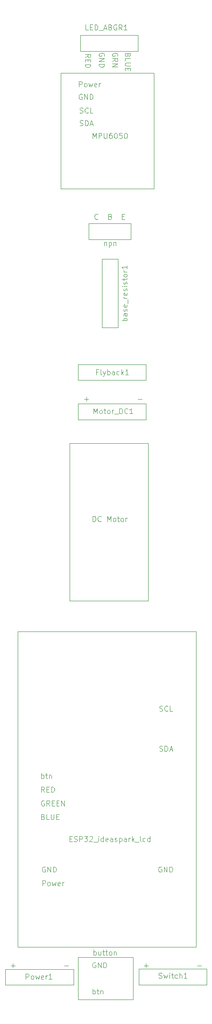
<source format=gbr>
%TF.GenerationSoftware,KiCad,Pcbnew,9.0.4*%
%TF.CreationDate,2025-11-10T20:34:51-07:00*%
%TF.ProjectId,ideaspark_esp_board,69646561-7370-4617-926b-5f6573705f62,rev?*%
%TF.SameCoordinates,Original*%
%TF.FileFunction,Legend,Top*%
%TF.FilePolarity,Positive*%
%FSLAX46Y46*%
G04 Gerber Fmt 4.6, Leading zero omitted, Abs format (unit mm)*
G04 Created by KiCad (PCBNEW 9.0.4) date 2025-11-10 20:34:51*
%MOMM*%
%LPD*%
G01*
G04 APERTURE LIST*
%ADD10C,0.100000*%
G04 APERTURE END LIST*
D10*
X12900000Y117300000D02*
X27900000Y117300000D01*
X27900000Y87300000D01*
X12900000Y87300000D01*
X12900000Y117300000D01*
X17827693Y18479961D02*
X17732455Y18527580D01*
X17732455Y18527580D02*
X17589598Y18527580D01*
X17589598Y18527580D02*
X17446741Y18479961D01*
X17446741Y18479961D02*
X17351503Y18384723D01*
X17351503Y18384723D02*
X17303884Y18289485D01*
X17303884Y18289485D02*
X17256265Y18099009D01*
X17256265Y18099009D02*
X17256265Y17956152D01*
X17256265Y17956152D02*
X17303884Y17765676D01*
X17303884Y17765676D02*
X17351503Y17670438D01*
X17351503Y17670438D02*
X17446741Y17575200D01*
X17446741Y17575200D02*
X17589598Y17527580D01*
X17589598Y17527580D02*
X17684836Y17527580D01*
X17684836Y17527580D02*
X17827693Y17575200D01*
X17827693Y17575200D02*
X17875312Y17622819D01*
X17875312Y17622819D02*
X17875312Y17956152D01*
X17875312Y17956152D02*
X17684836Y17956152D01*
X18303884Y17527580D02*
X18303884Y18527580D01*
X18303884Y18527580D02*
X18875312Y17527580D01*
X18875312Y17527580D02*
X18875312Y18527580D01*
X19351503Y17527580D02*
X19351503Y18527580D01*
X19351503Y18527580D02*
X19589598Y18527580D01*
X19589598Y18527580D02*
X19732455Y18479961D01*
X19732455Y18479961D02*
X19827693Y18384723D01*
X19827693Y18384723D02*
X19875312Y18289485D01*
X19875312Y18289485D02*
X19922931Y18099009D01*
X19922931Y18099009D02*
X19922931Y17956152D01*
X19922931Y17956152D02*
X19875312Y17765676D01*
X19875312Y17765676D02*
X19827693Y17670438D01*
X19827693Y17670438D02*
X19732455Y17575200D01*
X19732455Y17575200D02*
X19589598Y17527580D01*
X19589598Y17527580D02*
X19351503Y17527580D01*
X8227693Y36679961D02*
X8132455Y36727580D01*
X8132455Y36727580D02*
X7989598Y36727580D01*
X7989598Y36727580D02*
X7846741Y36679961D01*
X7846741Y36679961D02*
X7751503Y36584723D01*
X7751503Y36584723D02*
X7703884Y36489485D01*
X7703884Y36489485D02*
X7656265Y36299009D01*
X7656265Y36299009D02*
X7656265Y36156152D01*
X7656265Y36156152D02*
X7703884Y35965676D01*
X7703884Y35965676D02*
X7751503Y35870438D01*
X7751503Y35870438D02*
X7846741Y35775200D01*
X7846741Y35775200D02*
X7989598Y35727580D01*
X7989598Y35727580D02*
X8084836Y35727580D01*
X8084836Y35727580D02*
X8227693Y35775200D01*
X8227693Y35775200D02*
X8275312Y35822819D01*
X8275312Y35822819D02*
X8275312Y36156152D01*
X8275312Y36156152D02*
X8084836Y36156152D01*
X8703884Y35727580D02*
X8703884Y36727580D01*
X8703884Y36727580D02*
X9275312Y35727580D01*
X9275312Y35727580D02*
X9275312Y36727580D01*
X9751503Y35727580D02*
X9751503Y36727580D01*
X9751503Y36727580D02*
X9989598Y36727580D01*
X9989598Y36727580D02*
X10132455Y36679961D01*
X10132455Y36679961D02*
X10227693Y36584723D01*
X10227693Y36584723D02*
X10275312Y36489485D01*
X10275312Y36489485D02*
X10322931Y36299009D01*
X10322931Y36299009D02*
X10322931Y36156152D01*
X10322931Y36156152D02*
X10275312Y35965676D01*
X10275312Y35965676D02*
X10227693Y35870438D01*
X10227693Y35870438D02*
X10132455Y35775200D01*
X10132455Y35775200D02*
X9989598Y35727580D01*
X9989598Y35727580D02*
X9751503Y35727580D01*
X17303884Y12527580D02*
X17303884Y13527580D01*
X17303884Y13146628D02*
X17399122Y13194247D01*
X17399122Y13194247D02*
X17589598Y13194247D01*
X17589598Y13194247D02*
X17684836Y13146628D01*
X17684836Y13146628D02*
X17732455Y13099009D01*
X17732455Y13099009D02*
X17780074Y13003771D01*
X17780074Y13003771D02*
X17780074Y12718057D01*
X17780074Y12718057D02*
X17732455Y12622819D01*
X17732455Y12622819D02*
X17684836Y12575200D01*
X17684836Y12575200D02*
X17589598Y12527580D01*
X17589598Y12527580D02*
X17399122Y12527580D01*
X17399122Y12527580D02*
X17303884Y12575200D01*
X18065789Y13194247D02*
X18446741Y13194247D01*
X18208646Y13527580D02*
X18208646Y12670438D01*
X18208646Y12670438D02*
X18256265Y12575200D01*
X18256265Y12575200D02*
X18351503Y12527580D01*
X18351503Y12527580D02*
X18446741Y12527580D01*
X18780075Y13194247D02*
X18780075Y12527580D01*
X18780075Y13099009D02*
X18827694Y13146628D01*
X18827694Y13146628D02*
X18922932Y13194247D01*
X18922932Y13194247D02*
X19065789Y13194247D01*
X19065789Y13194247D02*
X19161027Y13146628D01*
X19161027Y13146628D02*
X19208646Y13051390D01*
X19208646Y13051390D02*
X19208646Y12527580D01*
X37303884Y17908533D02*
X38065789Y17908533D01*
X27103884Y17908533D02*
X27865789Y17908533D01*
X27484836Y17527580D02*
X27484836Y18289485D01*
X11903884Y17908533D02*
X12665789Y17908533D01*
X1703884Y17908533D02*
X2465789Y17908533D01*
X2084836Y17527580D02*
X2084836Y18289485D01*
X25903884Y125708533D02*
X26665789Y125708533D01*
X15703884Y125708533D02*
X16465789Y125708533D01*
X16084836Y125327580D02*
X16084836Y126089485D01*
X22903884Y160451390D02*
X23237217Y160451390D01*
X23380074Y159927580D02*
X22903884Y159927580D01*
X22903884Y159927580D02*
X22903884Y160927580D01*
X22903884Y160927580D02*
X23380074Y160927580D01*
X20637217Y160451390D02*
X20780074Y160403771D01*
X20780074Y160403771D02*
X20827693Y160356152D01*
X20827693Y160356152D02*
X20875312Y160260914D01*
X20875312Y160260914D02*
X20875312Y160118057D01*
X20875312Y160118057D02*
X20827693Y160022819D01*
X20827693Y160022819D02*
X20780074Y159975200D01*
X20780074Y159975200D02*
X20684836Y159927580D01*
X20684836Y159927580D02*
X20303884Y159927580D01*
X20303884Y159927580D02*
X20303884Y160927580D01*
X20303884Y160927580D02*
X20637217Y160927580D01*
X20637217Y160927580D02*
X20732455Y160879961D01*
X20732455Y160879961D02*
X20780074Y160832342D01*
X20780074Y160832342D02*
X20827693Y160737104D01*
X20827693Y160737104D02*
X20827693Y160641866D01*
X20827693Y160641866D02*
X20780074Y160546628D01*
X20780074Y160546628D02*
X20732455Y160499009D01*
X20732455Y160499009D02*
X20637217Y160451390D01*
X20637217Y160451390D02*
X20303884Y160451390D01*
X18275312Y160022819D02*
X18227693Y159975200D01*
X18227693Y159975200D02*
X18084836Y159927580D01*
X18084836Y159927580D02*
X17989598Y159927580D01*
X17989598Y159927580D02*
X17846741Y159975200D01*
X17846741Y159975200D02*
X17751503Y160070438D01*
X17751503Y160070438D02*
X17703884Y160165676D01*
X17703884Y160165676D02*
X17656265Y160356152D01*
X17656265Y160356152D02*
X17656265Y160499009D01*
X17656265Y160499009D02*
X17703884Y160689485D01*
X17703884Y160689485D02*
X17751503Y160784723D01*
X17751503Y160784723D02*
X17846741Y160879961D01*
X17846741Y160879961D02*
X17989598Y160927580D01*
X17989598Y160927580D02*
X18084836Y160927580D01*
X18084836Y160927580D02*
X18227693Y160879961D01*
X18227693Y160879961D02*
X18275312Y160832342D01*
X19479961Y190972306D02*
X19527580Y191067544D01*
X19527580Y191067544D02*
X19527580Y191210401D01*
X19527580Y191210401D02*
X19479961Y191353258D01*
X19479961Y191353258D02*
X19384723Y191448496D01*
X19384723Y191448496D02*
X19289485Y191496115D01*
X19289485Y191496115D02*
X19099009Y191543734D01*
X19099009Y191543734D02*
X18956152Y191543734D01*
X18956152Y191543734D02*
X18765676Y191496115D01*
X18765676Y191496115D02*
X18670438Y191448496D01*
X18670438Y191448496D02*
X18575200Y191353258D01*
X18575200Y191353258D02*
X18527580Y191210401D01*
X18527580Y191210401D02*
X18527580Y191115163D01*
X18527580Y191115163D02*
X18575200Y190972306D01*
X18575200Y190972306D02*
X18622819Y190924687D01*
X18622819Y190924687D02*
X18956152Y190924687D01*
X18956152Y190924687D02*
X18956152Y191115163D01*
X18527580Y190496115D02*
X19527580Y190496115D01*
X19527580Y190496115D02*
X18527580Y189924687D01*
X18527580Y189924687D02*
X19527580Y189924687D01*
X18527580Y189448496D02*
X19527580Y189448496D01*
X19527580Y189448496D02*
X19527580Y189210401D01*
X19527580Y189210401D02*
X19479961Y189067544D01*
X19479961Y189067544D02*
X19384723Y188972306D01*
X19384723Y188972306D02*
X19289485Y188924687D01*
X19289485Y188924687D02*
X19099009Y188877068D01*
X19099009Y188877068D02*
X18956152Y188877068D01*
X18956152Y188877068D02*
X18765676Y188924687D01*
X18765676Y188924687D02*
X18670438Y188972306D01*
X18670438Y188972306D02*
X18575200Y189067544D01*
X18575200Y189067544D02*
X18527580Y189210401D01*
X18527580Y189210401D02*
X18527580Y189448496D01*
X23991390Y191162782D02*
X23943771Y191019925D01*
X23943771Y191019925D02*
X23896152Y190972306D01*
X23896152Y190972306D02*
X23800914Y190924687D01*
X23800914Y190924687D02*
X23658057Y190924687D01*
X23658057Y190924687D02*
X23562819Y190972306D01*
X23562819Y190972306D02*
X23515200Y191019925D01*
X23515200Y191019925D02*
X23467580Y191115163D01*
X23467580Y191115163D02*
X23467580Y191496115D01*
X23467580Y191496115D02*
X24467580Y191496115D01*
X24467580Y191496115D02*
X24467580Y191162782D01*
X24467580Y191162782D02*
X24419961Y191067544D01*
X24419961Y191067544D02*
X24372342Y191019925D01*
X24372342Y191019925D02*
X24277104Y190972306D01*
X24277104Y190972306D02*
X24181866Y190972306D01*
X24181866Y190972306D02*
X24086628Y191019925D01*
X24086628Y191019925D02*
X24039009Y191067544D01*
X24039009Y191067544D02*
X23991390Y191162782D01*
X23991390Y191162782D02*
X23991390Y191496115D01*
X23467580Y190019925D02*
X23467580Y190496115D01*
X23467580Y190496115D02*
X24467580Y190496115D01*
X24467580Y189686591D02*
X23658057Y189686591D01*
X23658057Y189686591D02*
X23562819Y189638972D01*
X23562819Y189638972D02*
X23515200Y189591353D01*
X23515200Y189591353D02*
X23467580Y189496115D01*
X23467580Y189496115D02*
X23467580Y189305639D01*
X23467580Y189305639D02*
X23515200Y189210401D01*
X23515200Y189210401D02*
X23562819Y189162782D01*
X23562819Y189162782D02*
X23658057Y189115163D01*
X23658057Y189115163D02*
X24467580Y189115163D01*
X23991390Y188638972D02*
X23991390Y188305639D01*
X23467580Y188162782D02*
X23467580Y188638972D01*
X23467580Y188638972D02*
X24467580Y188638972D01*
X24467580Y188638972D02*
X24467580Y188162782D01*
X22019961Y190972306D02*
X22067580Y191067544D01*
X22067580Y191067544D02*
X22067580Y191210401D01*
X22067580Y191210401D02*
X22019961Y191353258D01*
X22019961Y191353258D02*
X21924723Y191448496D01*
X21924723Y191448496D02*
X21829485Y191496115D01*
X21829485Y191496115D02*
X21639009Y191543734D01*
X21639009Y191543734D02*
X21496152Y191543734D01*
X21496152Y191543734D02*
X21305676Y191496115D01*
X21305676Y191496115D02*
X21210438Y191448496D01*
X21210438Y191448496D02*
X21115200Y191353258D01*
X21115200Y191353258D02*
X21067580Y191210401D01*
X21067580Y191210401D02*
X21067580Y191115163D01*
X21067580Y191115163D02*
X21115200Y190972306D01*
X21115200Y190972306D02*
X21162819Y190924687D01*
X21162819Y190924687D02*
X21496152Y190924687D01*
X21496152Y190924687D02*
X21496152Y191115163D01*
X21067580Y189924687D02*
X21543771Y190258020D01*
X21067580Y190496115D02*
X22067580Y190496115D01*
X22067580Y190496115D02*
X22067580Y190115163D01*
X22067580Y190115163D02*
X22019961Y190019925D01*
X22019961Y190019925D02*
X21972342Y189972306D01*
X21972342Y189972306D02*
X21877104Y189924687D01*
X21877104Y189924687D02*
X21734247Y189924687D01*
X21734247Y189924687D02*
X21639009Y189972306D01*
X21639009Y189972306D02*
X21591390Y190019925D01*
X21591390Y190019925D02*
X21543771Y190115163D01*
X21543771Y190115163D02*
X21543771Y190496115D01*
X21067580Y189496115D02*
X22067580Y189496115D01*
X22067580Y189496115D02*
X21067580Y188924687D01*
X21067580Y188924687D02*
X22067580Y188924687D01*
X15867580Y190724687D02*
X16343771Y191058020D01*
X15867580Y191296115D02*
X16867580Y191296115D01*
X16867580Y191296115D02*
X16867580Y190915163D01*
X16867580Y190915163D02*
X16819961Y190819925D01*
X16819961Y190819925D02*
X16772342Y190772306D01*
X16772342Y190772306D02*
X16677104Y190724687D01*
X16677104Y190724687D02*
X16534247Y190724687D01*
X16534247Y190724687D02*
X16439009Y190772306D01*
X16439009Y190772306D02*
X16391390Y190819925D01*
X16391390Y190819925D02*
X16343771Y190915163D01*
X16343771Y190915163D02*
X16343771Y191296115D01*
X16391390Y190296115D02*
X16391390Y189962782D01*
X15867580Y189819925D02*
X15867580Y190296115D01*
X15867580Y190296115D02*
X16867580Y190296115D01*
X16867580Y190296115D02*
X16867580Y189819925D01*
X15867580Y189391353D02*
X16867580Y189391353D01*
X16867580Y189391353D02*
X16867580Y189153258D01*
X16867580Y189153258D02*
X16819961Y189010401D01*
X16819961Y189010401D02*
X16724723Y188915163D01*
X16724723Y188915163D02*
X16629485Y188867544D01*
X16629485Y188867544D02*
X16439009Y188819925D01*
X16439009Y188819925D02*
X16296152Y188819925D01*
X16296152Y188819925D02*
X16105676Y188867544D01*
X16105676Y188867544D02*
X16010438Y188915163D01*
X16010438Y188915163D02*
X15915200Y189010401D01*
X15915200Y189010401D02*
X15867580Y189153258D01*
X15867580Y189153258D02*
X15867580Y189391353D01*
X15227693Y183679961D02*
X15132455Y183727580D01*
X15132455Y183727580D02*
X14989598Y183727580D01*
X14989598Y183727580D02*
X14846741Y183679961D01*
X14846741Y183679961D02*
X14751503Y183584723D01*
X14751503Y183584723D02*
X14703884Y183489485D01*
X14703884Y183489485D02*
X14656265Y183299009D01*
X14656265Y183299009D02*
X14656265Y183156152D01*
X14656265Y183156152D02*
X14703884Y182965676D01*
X14703884Y182965676D02*
X14751503Y182870438D01*
X14751503Y182870438D02*
X14846741Y182775200D01*
X14846741Y182775200D02*
X14989598Y182727580D01*
X14989598Y182727580D02*
X15084836Y182727580D01*
X15084836Y182727580D02*
X15227693Y182775200D01*
X15227693Y182775200D02*
X15275312Y182822819D01*
X15275312Y182822819D02*
X15275312Y183156152D01*
X15275312Y183156152D02*
X15084836Y183156152D01*
X15703884Y182727580D02*
X15703884Y183727580D01*
X15703884Y183727580D02*
X16275312Y182727580D01*
X16275312Y182727580D02*
X16275312Y183727580D01*
X16751503Y182727580D02*
X16751503Y183727580D01*
X16751503Y183727580D02*
X16989598Y183727580D01*
X16989598Y183727580D02*
X17132455Y183679961D01*
X17132455Y183679961D02*
X17227693Y183584723D01*
X17227693Y183584723D02*
X17275312Y183489485D01*
X17275312Y183489485D02*
X17322931Y183299009D01*
X17322931Y183299009D02*
X17322931Y183156152D01*
X17322931Y183156152D02*
X17275312Y182965676D01*
X17275312Y182965676D02*
X17227693Y182870438D01*
X17227693Y182870438D02*
X17132455Y182775200D01*
X17132455Y182775200D02*
X16989598Y182727580D01*
X16989598Y182727580D02*
X16751503Y182727580D01*
X14703884Y185127580D02*
X14703884Y186127580D01*
X14703884Y186127580D02*
X15084836Y186127580D01*
X15084836Y186127580D02*
X15180074Y186079961D01*
X15180074Y186079961D02*
X15227693Y186032342D01*
X15227693Y186032342D02*
X15275312Y185937104D01*
X15275312Y185937104D02*
X15275312Y185794247D01*
X15275312Y185794247D02*
X15227693Y185699009D01*
X15227693Y185699009D02*
X15180074Y185651390D01*
X15180074Y185651390D02*
X15084836Y185603771D01*
X15084836Y185603771D02*
X14703884Y185603771D01*
X15846741Y185127580D02*
X15751503Y185175200D01*
X15751503Y185175200D02*
X15703884Y185222819D01*
X15703884Y185222819D02*
X15656265Y185318057D01*
X15656265Y185318057D02*
X15656265Y185603771D01*
X15656265Y185603771D02*
X15703884Y185699009D01*
X15703884Y185699009D02*
X15751503Y185746628D01*
X15751503Y185746628D02*
X15846741Y185794247D01*
X15846741Y185794247D02*
X15989598Y185794247D01*
X15989598Y185794247D02*
X16084836Y185746628D01*
X16084836Y185746628D02*
X16132455Y185699009D01*
X16132455Y185699009D02*
X16180074Y185603771D01*
X16180074Y185603771D02*
X16180074Y185318057D01*
X16180074Y185318057D02*
X16132455Y185222819D01*
X16132455Y185222819D02*
X16084836Y185175200D01*
X16084836Y185175200D02*
X15989598Y185127580D01*
X15989598Y185127580D02*
X15846741Y185127580D01*
X16513408Y185794247D02*
X16703884Y185127580D01*
X16703884Y185127580D02*
X16894360Y185603771D01*
X16894360Y185603771D02*
X17084836Y185127580D01*
X17084836Y185127580D02*
X17275312Y185794247D01*
X18037217Y185175200D02*
X17941979Y185127580D01*
X17941979Y185127580D02*
X17751503Y185127580D01*
X17751503Y185127580D02*
X17656265Y185175200D01*
X17656265Y185175200D02*
X17608646Y185270438D01*
X17608646Y185270438D02*
X17608646Y185651390D01*
X17608646Y185651390D02*
X17656265Y185746628D01*
X17656265Y185746628D02*
X17751503Y185794247D01*
X17751503Y185794247D02*
X17941979Y185794247D01*
X17941979Y185794247D02*
X18037217Y185746628D01*
X18037217Y185746628D02*
X18084836Y185651390D01*
X18084836Y185651390D02*
X18084836Y185556152D01*
X18084836Y185556152D02*
X17608646Y185460914D01*
X18513408Y185127580D02*
X18513408Y185794247D01*
X18513408Y185603771D02*
X18561027Y185699009D01*
X18561027Y185699009D02*
X18608646Y185746628D01*
X18608646Y185746628D02*
X18703884Y185794247D01*
X18703884Y185794247D02*
X18799122Y185794247D01*
X14856265Y177775200D02*
X14999122Y177727580D01*
X14999122Y177727580D02*
X15237217Y177727580D01*
X15237217Y177727580D02*
X15332455Y177775200D01*
X15332455Y177775200D02*
X15380074Y177822819D01*
X15380074Y177822819D02*
X15427693Y177918057D01*
X15427693Y177918057D02*
X15427693Y178013295D01*
X15427693Y178013295D02*
X15380074Y178108533D01*
X15380074Y178108533D02*
X15332455Y178156152D01*
X15332455Y178156152D02*
X15237217Y178203771D01*
X15237217Y178203771D02*
X15046741Y178251390D01*
X15046741Y178251390D02*
X14951503Y178299009D01*
X14951503Y178299009D02*
X14903884Y178346628D01*
X14903884Y178346628D02*
X14856265Y178441866D01*
X14856265Y178441866D02*
X14856265Y178537104D01*
X14856265Y178537104D02*
X14903884Y178632342D01*
X14903884Y178632342D02*
X14951503Y178679961D01*
X14951503Y178679961D02*
X15046741Y178727580D01*
X15046741Y178727580D02*
X15284836Y178727580D01*
X15284836Y178727580D02*
X15427693Y178679961D01*
X15856265Y177727580D02*
X15856265Y178727580D01*
X15856265Y178727580D02*
X16094360Y178727580D01*
X16094360Y178727580D02*
X16237217Y178679961D01*
X16237217Y178679961D02*
X16332455Y178584723D01*
X16332455Y178584723D02*
X16380074Y178489485D01*
X16380074Y178489485D02*
X16427693Y178299009D01*
X16427693Y178299009D02*
X16427693Y178156152D01*
X16427693Y178156152D02*
X16380074Y177965676D01*
X16380074Y177965676D02*
X16332455Y177870438D01*
X16332455Y177870438D02*
X16237217Y177775200D01*
X16237217Y177775200D02*
X16094360Y177727580D01*
X16094360Y177727580D02*
X15856265Y177727580D01*
X16808646Y178013295D02*
X17284836Y178013295D01*
X16713408Y177727580D02*
X17046741Y178727580D01*
X17046741Y178727580D02*
X17380074Y177727580D01*
X14856265Y180175200D02*
X14999122Y180127580D01*
X14999122Y180127580D02*
X15237217Y180127580D01*
X15237217Y180127580D02*
X15332455Y180175200D01*
X15332455Y180175200D02*
X15380074Y180222819D01*
X15380074Y180222819D02*
X15427693Y180318057D01*
X15427693Y180318057D02*
X15427693Y180413295D01*
X15427693Y180413295D02*
X15380074Y180508533D01*
X15380074Y180508533D02*
X15332455Y180556152D01*
X15332455Y180556152D02*
X15237217Y180603771D01*
X15237217Y180603771D02*
X15046741Y180651390D01*
X15046741Y180651390D02*
X14951503Y180699009D01*
X14951503Y180699009D02*
X14903884Y180746628D01*
X14903884Y180746628D02*
X14856265Y180841866D01*
X14856265Y180841866D02*
X14856265Y180937104D01*
X14856265Y180937104D02*
X14903884Y181032342D01*
X14903884Y181032342D02*
X14951503Y181079961D01*
X14951503Y181079961D02*
X15046741Y181127580D01*
X15046741Y181127580D02*
X15284836Y181127580D01*
X15284836Y181127580D02*
X15427693Y181079961D01*
X16427693Y180222819D02*
X16380074Y180175200D01*
X16380074Y180175200D02*
X16237217Y180127580D01*
X16237217Y180127580D02*
X16141979Y180127580D01*
X16141979Y180127580D02*
X15999122Y180175200D01*
X15999122Y180175200D02*
X15903884Y180270438D01*
X15903884Y180270438D02*
X15856265Y180365676D01*
X15856265Y180365676D02*
X15808646Y180556152D01*
X15808646Y180556152D02*
X15808646Y180699009D01*
X15808646Y180699009D02*
X15856265Y180889485D01*
X15856265Y180889485D02*
X15903884Y180984723D01*
X15903884Y180984723D02*
X15999122Y181079961D01*
X15999122Y181079961D02*
X16141979Y181127580D01*
X16141979Y181127580D02*
X16237217Y181127580D01*
X16237217Y181127580D02*
X16380074Y181079961D01*
X16380074Y181079961D02*
X16427693Y181032342D01*
X17332455Y180127580D02*
X16856265Y180127580D01*
X16856265Y180127580D02*
X16856265Y181127580D01*
X7837217Y46251390D02*
X7980074Y46203771D01*
X7980074Y46203771D02*
X8027693Y46156152D01*
X8027693Y46156152D02*
X8075312Y46060914D01*
X8075312Y46060914D02*
X8075312Y45918057D01*
X8075312Y45918057D02*
X8027693Y45822819D01*
X8027693Y45822819D02*
X7980074Y45775200D01*
X7980074Y45775200D02*
X7884836Y45727580D01*
X7884836Y45727580D02*
X7503884Y45727580D01*
X7503884Y45727580D02*
X7503884Y46727580D01*
X7503884Y46727580D02*
X7837217Y46727580D01*
X7837217Y46727580D02*
X7932455Y46679961D01*
X7932455Y46679961D02*
X7980074Y46632342D01*
X7980074Y46632342D02*
X8027693Y46537104D01*
X8027693Y46537104D02*
X8027693Y46441866D01*
X8027693Y46441866D02*
X7980074Y46346628D01*
X7980074Y46346628D02*
X7932455Y46299009D01*
X7932455Y46299009D02*
X7837217Y46251390D01*
X7837217Y46251390D02*
X7503884Y46251390D01*
X8980074Y45727580D02*
X8503884Y45727580D01*
X8503884Y45727580D02*
X8503884Y46727580D01*
X9313408Y46727580D02*
X9313408Y45918057D01*
X9313408Y45918057D02*
X9361027Y45822819D01*
X9361027Y45822819D02*
X9408646Y45775200D01*
X9408646Y45775200D02*
X9503884Y45727580D01*
X9503884Y45727580D02*
X9694360Y45727580D01*
X9694360Y45727580D02*
X9789598Y45775200D01*
X9789598Y45775200D02*
X9837217Y45822819D01*
X9837217Y45822819D02*
X9884836Y45918057D01*
X9884836Y45918057D02*
X9884836Y46727580D01*
X10361027Y46251390D02*
X10694360Y46251390D01*
X10837217Y45727580D02*
X10361027Y45727580D01*
X10361027Y45727580D02*
X10361027Y46727580D01*
X10361027Y46727580D02*
X10837217Y46727580D01*
X8027693Y49279961D02*
X7932455Y49327580D01*
X7932455Y49327580D02*
X7789598Y49327580D01*
X7789598Y49327580D02*
X7646741Y49279961D01*
X7646741Y49279961D02*
X7551503Y49184723D01*
X7551503Y49184723D02*
X7503884Y49089485D01*
X7503884Y49089485D02*
X7456265Y48899009D01*
X7456265Y48899009D02*
X7456265Y48756152D01*
X7456265Y48756152D02*
X7503884Y48565676D01*
X7503884Y48565676D02*
X7551503Y48470438D01*
X7551503Y48470438D02*
X7646741Y48375200D01*
X7646741Y48375200D02*
X7789598Y48327580D01*
X7789598Y48327580D02*
X7884836Y48327580D01*
X7884836Y48327580D02*
X8027693Y48375200D01*
X8027693Y48375200D02*
X8075312Y48422819D01*
X8075312Y48422819D02*
X8075312Y48756152D01*
X8075312Y48756152D02*
X7884836Y48756152D01*
X9075312Y48327580D02*
X8741979Y48803771D01*
X8503884Y48327580D02*
X8503884Y49327580D01*
X8503884Y49327580D02*
X8884836Y49327580D01*
X8884836Y49327580D02*
X8980074Y49279961D01*
X8980074Y49279961D02*
X9027693Y49232342D01*
X9027693Y49232342D02*
X9075312Y49137104D01*
X9075312Y49137104D02*
X9075312Y48994247D01*
X9075312Y48994247D02*
X9027693Y48899009D01*
X9027693Y48899009D02*
X8980074Y48851390D01*
X8980074Y48851390D02*
X8884836Y48803771D01*
X8884836Y48803771D02*
X8503884Y48803771D01*
X9503884Y48851390D02*
X9837217Y48851390D01*
X9980074Y48327580D02*
X9503884Y48327580D01*
X9503884Y48327580D02*
X9503884Y49327580D01*
X9503884Y49327580D02*
X9980074Y49327580D01*
X10408646Y48851390D02*
X10741979Y48851390D01*
X10884836Y48327580D02*
X10408646Y48327580D01*
X10408646Y48327580D02*
X10408646Y49327580D01*
X10408646Y49327580D02*
X10884836Y49327580D01*
X11313408Y48327580D02*
X11313408Y49327580D01*
X11313408Y49327580D02*
X11884836Y48327580D01*
X11884836Y48327580D02*
X11884836Y49327580D01*
X8075312Y50927580D02*
X7741979Y51403771D01*
X7503884Y50927580D02*
X7503884Y51927580D01*
X7503884Y51927580D02*
X7884836Y51927580D01*
X7884836Y51927580D02*
X7980074Y51879961D01*
X7980074Y51879961D02*
X8027693Y51832342D01*
X8027693Y51832342D02*
X8075312Y51737104D01*
X8075312Y51737104D02*
X8075312Y51594247D01*
X8075312Y51594247D02*
X8027693Y51499009D01*
X8027693Y51499009D02*
X7980074Y51451390D01*
X7980074Y51451390D02*
X7884836Y51403771D01*
X7884836Y51403771D02*
X7503884Y51403771D01*
X8503884Y51451390D02*
X8837217Y51451390D01*
X8980074Y50927580D02*
X8503884Y50927580D01*
X8503884Y50927580D02*
X8503884Y51927580D01*
X8503884Y51927580D02*
X8980074Y51927580D01*
X9408646Y50927580D02*
X9408646Y51927580D01*
X9408646Y51927580D02*
X9646741Y51927580D01*
X9646741Y51927580D02*
X9789598Y51879961D01*
X9789598Y51879961D02*
X9884836Y51784723D01*
X9884836Y51784723D02*
X9932455Y51689485D01*
X9932455Y51689485D02*
X9980074Y51499009D01*
X9980074Y51499009D02*
X9980074Y51356152D01*
X9980074Y51356152D02*
X9932455Y51165676D01*
X9932455Y51165676D02*
X9884836Y51070438D01*
X9884836Y51070438D02*
X9789598Y50975200D01*
X9789598Y50975200D02*
X9646741Y50927580D01*
X9646741Y50927580D02*
X9408646Y50927580D01*
X7703884Y33127580D02*
X7703884Y34127580D01*
X7703884Y34127580D02*
X8084836Y34127580D01*
X8084836Y34127580D02*
X8180074Y34079961D01*
X8180074Y34079961D02*
X8227693Y34032342D01*
X8227693Y34032342D02*
X8275312Y33937104D01*
X8275312Y33937104D02*
X8275312Y33794247D01*
X8275312Y33794247D02*
X8227693Y33699009D01*
X8227693Y33699009D02*
X8180074Y33651390D01*
X8180074Y33651390D02*
X8084836Y33603771D01*
X8084836Y33603771D02*
X7703884Y33603771D01*
X8846741Y33127580D02*
X8751503Y33175200D01*
X8751503Y33175200D02*
X8703884Y33222819D01*
X8703884Y33222819D02*
X8656265Y33318057D01*
X8656265Y33318057D02*
X8656265Y33603771D01*
X8656265Y33603771D02*
X8703884Y33699009D01*
X8703884Y33699009D02*
X8751503Y33746628D01*
X8751503Y33746628D02*
X8846741Y33794247D01*
X8846741Y33794247D02*
X8989598Y33794247D01*
X8989598Y33794247D02*
X9084836Y33746628D01*
X9084836Y33746628D02*
X9132455Y33699009D01*
X9132455Y33699009D02*
X9180074Y33603771D01*
X9180074Y33603771D02*
X9180074Y33318057D01*
X9180074Y33318057D02*
X9132455Y33222819D01*
X9132455Y33222819D02*
X9084836Y33175200D01*
X9084836Y33175200D02*
X8989598Y33127580D01*
X8989598Y33127580D02*
X8846741Y33127580D01*
X9513408Y33794247D02*
X9703884Y33127580D01*
X9703884Y33127580D02*
X9894360Y33603771D01*
X9894360Y33603771D02*
X10084836Y33127580D01*
X10084836Y33127580D02*
X10275312Y33794247D01*
X11037217Y33175200D02*
X10941979Y33127580D01*
X10941979Y33127580D02*
X10751503Y33127580D01*
X10751503Y33127580D02*
X10656265Y33175200D01*
X10656265Y33175200D02*
X10608646Y33270438D01*
X10608646Y33270438D02*
X10608646Y33651390D01*
X10608646Y33651390D02*
X10656265Y33746628D01*
X10656265Y33746628D02*
X10751503Y33794247D01*
X10751503Y33794247D02*
X10941979Y33794247D01*
X10941979Y33794247D02*
X11037217Y33746628D01*
X11037217Y33746628D02*
X11084836Y33651390D01*
X11084836Y33651390D02*
X11084836Y33556152D01*
X11084836Y33556152D02*
X10608646Y33460914D01*
X11513408Y33127580D02*
X11513408Y33794247D01*
X11513408Y33603771D02*
X11561027Y33699009D01*
X11561027Y33699009D02*
X11608646Y33746628D01*
X11608646Y33746628D02*
X11703884Y33794247D01*
X11703884Y33794247D02*
X11799122Y33794247D01*
X7503884Y53527580D02*
X7503884Y54527580D01*
X7503884Y54146628D02*
X7599122Y54194247D01*
X7599122Y54194247D02*
X7789598Y54194247D01*
X7789598Y54194247D02*
X7884836Y54146628D01*
X7884836Y54146628D02*
X7932455Y54099009D01*
X7932455Y54099009D02*
X7980074Y54003771D01*
X7980074Y54003771D02*
X7980074Y53718057D01*
X7980074Y53718057D02*
X7932455Y53622819D01*
X7932455Y53622819D02*
X7884836Y53575200D01*
X7884836Y53575200D02*
X7789598Y53527580D01*
X7789598Y53527580D02*
X7599122Y53527580D01*
X7599122Y53527580D02*
X7503884Y53575200D01*
X8265789Y54194247D02*
X8646741Y54194247D01*
X8408646Y54527580D02*
X8408646Y53670438D01*
X8408646Y53670438D02*
X8456265Y53575200D01*
X8456265Y53575200D02*
X8551503Y53527580D01*
X8551503Y53527580D02*
X8646741Y53527580D01*
X8980075Y54194247D02*
X8980075Y53527580D01*
X8980075Y54099009D02*
X9027694Y54146628D01*
X9027694Y54146628D02*
X9122932Y54194247D01*
X9122932Y54194247D02*
X9265789Y54194247D01*
X9265789Y54194247D02*
X9361027Y54146628D01*
X9361027Y54146628D02*
X9408646Y54051390D01*
X9408646Y54051390D02*
X9408646Y53527580D01*
X30427693Y36679961D02*
X30332455Y36727580D01*
X30332455Y36727580D02*
X30189598Y36727580D01*
X30189598Y36727580D02*
X30046741Y36679961D01*
X30046741Y36679961D02*
X29951503Y36584723D01*
X29951503Y36584723D02*
X29903884Y36489485D01*
X29903884Y36489485D02*
X29856265Y36299009D01*
X29856265Y36299009D02*
X29856265Y36156152D01*
X29856265Y36156152D02*
X29903884Y35965676D01*
X29903884Y35965676D02*
X29951503Y35870438D01*
X29951503Y35870438D02*
X30046741Y35775200D01*
X30046741Y35775200D02*
X30189598Y35727580D01*
X30189598Y35727580D02*
X30284836Y35727580D01*
X30284836Y35727580D02*
X30427693Y35775200D01*
X30427693Y35775200D02*
X30475312Y35822819D01*
X30475312Y35822819D02*
X30475312Y36156152D01*
X30475312Y36156152D02*
X30284836Y36156152D01*
X30903884Y35727580D02*
X30903884Y36727580D01*
X30903884Y36727580D02*
X31475312Y35727580D01*
X31475312Y35727580D02*
X31475312Y36727580D01*
X31951503Y35727580D02*
X31951503Y36727580D01*
X31951503Y36727580D02*
X32189598Y36727580D01*
X32189598Y36727580D02*
X32332455Y36679961D01*
X32332455Y36679961D02*
X32427693Y36584723D01*
X32427693Y36584723D02*
X32475312Y36489485D01*
X32475312Y36489485D02*
X32522931Y36299009D01*
X32522931Y36299009D02*
X32522931Y36156152D01*
X32522931Y36156152D02*
X32475312Y35965676D01*
X32475312Y35965676D02*
X32427693Y35870438D01*
X32427693Y35870438D02*
X32332455Y35775200D01*
X32332455Y35775200D02*
X32189598Y35727580D01*
X32189598Y35727580D02*
X31951503Y35727580D01*
X30056265Y58775200D02*
X30199122Y58727580D01*
X30199122Y58727580D02*
X30437217Y58727580D01*
X30437217Y58727580D02*
X30532455Y58775200D01*
X30532455Y58775200D02*
X30580074Y58822819D01*
X30580074Y58822819D02*
X30627693Y58918057D01*
X30627693Y58918057D02*
X30627693Y59013295D01*
X30627693Y59013295D02*
X30580074Y59108533D01*
X30580074Y59108533D02*
X30532455Y59156152D01*
X30532455Y59156152D02*
X30437217Y59203771D01*
X30437217Y59203771D02*
X30246741Y59251390D01*
X30246741Y59251390D02*
X30151503Y59299009D01*
X30151503Y59299009D02*
X30103884Y59346628D01*
X30103884Y59346628D02*
X30056265Y59441866D01*
X30056265Y59441866D02*
X30056265Y59537104D01*
X30056265Y59537104D02*
X30103884Y59632342D01*
X30103884Y59632342D02*
X30151503Y59679961D01*
X30151503Y59679961D02*
X30246741Y59727580D01*
X30246741Y59727580D02*
X30484836Y59727580D01*
X30484836Y59727580D02*
X30627693Y59679961D01*
X31056265Y58727580D02*
X31056265Y59727580D01*
X31056265Y59727580D02*
X31294360Y59727580D01*
X31294360Y59727580D02*
X31437217Y59679961D01*
X31437217Y59679961D02*
X31532455Y59584723D01*
X31532455Y59584723D02*
X31580074Y59489485D01*
X31580074Y59489485D02*
X31627693Y59299009D01*
X31627693Y59299009D02*
X31627693Y59156152D01*
X31627693Y59156152D02*
X31580074Y58965676D01*
X31580074Y58965676D02*
X31532455Y58870438D01*
X31532455Y58870438D02*
X31437217Y58775200D01*
X31437217Y58775200D02*
X31294360Y58727580D01*
X31294360Y58727580D02*
X31056265Y58727580D01*
X32008646Y59013295D02*
X32484836Y59013295D01*
X31913408Y58727580D02*
X32246741Y59727580D01*
X32246741Y59727580D02*
X32580074Y58727580D01*
X30056265Y66375200D02*
X30199122Y66327580D01*
X30199122Y66327580D02*
X30437217Y66327580D01*
X30437217Y66327580D02*
X30532455Y66375200D01*
X30532455Y66375200D02*
X30580074Y66422819D01*
X30580074Y66422819D02*
X30627693Y66518057D01*
X30627693Y66518057D02*
X30627693Y66613295D01*
X30627693Y66613295D02*
X30580074Y66708533D01*
X30580074Y66708533D02*
X30532455Y66756152D01*
X30532455Y66756152D02*
X30437217Y66803771D01*
X30437217Y66803771D02*
X30246741Y66851390D01*
X30246741Y66851390D02*
X30151503Y66899009D01*
X30151503Y66899009D02*
X30103884Y66946628D01*
X30103884Y66946628D02*
X30056265Y67041866D01*
X30056265Y67041866D02*
X30056265Y67137104D01*
X30056265Y67137104D02*
X30103884Y67232342D01*
X30103884Y67232342D02*
X30151503Y67279961D01*
X30151503Y67279961D02*
X30246741Y67327580D01*
X30246741Y67327580D02*
X30484836Y67327580D01*
X30484836Y67327580D02*
X30627693Y67279961D01*
X31627693Y66422819D02*
X31580074Y66375200D01*
X31580074Y66375200D02*
X31437217Y66327580D01*
X31437217Y66327580D02*
X31341979Y66327580D01*
X31341979Y66327580D02*
X31199122Y66375200D01*
X31199122Y66375200D02*
X31103884Y66470438D01*
X31103884Y66470438D02*
X31056265Y66565676D01*
X31056265Y66565676D02*
X31008646Y66756152D01*
X31008646Y66756152D02*
X31008646Y66899009D01*
X31008646Y66899009D02*
X31056265Y67089485D01*
X31056265Y67089485D02*
X31103884Y67184723D01*
X31103884Y67184723D02*
X31199122Y67279961D01*
X31199122Y67279961D02*
X31341979Y67327580D01*
X31341979Y67327580D02*
X31437217Y67327580D01*
X31437217Y67327580D02*
X31580074Y67279961D01*
X31580074Y67279961D02*
X31627693Y67232342D01*
X32532455Y66327580D02*
X32056265Y66327580D01*
X32056265Y66327580D02*
X32056265Y67327580D01*
X17303884Y102427580D02*
X17303884Y103427580D01*
X17303884Y103427580D02*
X17541979Y103427580D01*
X17541979Y103427580D02*
X17684836Y103379961D01*
X17684836Y103379961D02*
X17780074Y103284723D01*
X17780074Y103284723D02*
X17827693Y103189485D01*
X17827693Y103189485D02*
X17875312Y102999009D01*
X17875312Y102999009D02*
X17875312Y102856152D01*
X17875312Y102856152D02*
X17827693Y102665676D01*
X17827693Y102665676D02*
X17780074Y102570438D01*
X17780074Y102570438D02*
X17684836Y102475200D01*
X17684836Y102475200D02*
X17541979Y102427580D01*
X17541979Y102427580D02*
X17303884Y102427580D01*
X18875312Y102522819D02*
X18827693Y102475200D01*
X18827693Y102475200D02*
X18684836Y102427580D01*
X18684836Y102427580D02*
X18589598Y102427580D01*
X18589598Y102427580D02*
X18446741Y102475200D01*
X18446741Y102475200D02*
X18351503Y102570438D01*
X18351503Y102570438D02*
X18303884Y102665676D01*
X18303884Y102665676D02*
X18256265Y102856152D01*
X18256265Y102856152D02*
X18256265Y102999009D01*
X18256265Y102999009D02*
X18303884Y103189485D01*
X18303884Y103189485D02*
X18351503Y103284723D01*
X18351503Y103284723D02*
X18446741Y103379961D01*
X18446741Y103379961D02*
X18589598Y103427580D01*
X18589598Y103427580D02*
X18684836Y103427580D01*
X18684836Y103427580D02*
X18827693Y103379961D01*
X18827693Y103379961D02*
X18875312Y103332342D01*
X20065789Y102427580D02*
X20065789Y103427580D01*
X20065789Y103427580D02*
X20399122Y102713295D01*
X20399122Y102713295D02*
X20732455Y103427580D01*
X20732455Y103427580D02*
X20732455Y102427580D01*
X21351503Y102427580D02*
X21256265Y102475200D01*
X21256265Y102475200D02*
X21208646Y102522819D01*
X21208646Y102522819D02*
X21161027Y102618057D01*
X21161027Y102618057D02*
X21161027Y102903771D01*
X21161027Y102903771D02*
X21208646Y102999009D01*
X21208646Y102999009D02*
X21256265Y103046628D01*
X21256265Y103046628D02*
X21351503Y103094247D01*
X21351503Y103094247D02*
X21494360Y103094247D01*
X21494360Y103094247D02*
X21589598Y103046628D01*
X21589598Y103046628D02*
X21637217Y102999009D01*
X21637217Y102999009D02*
X21684836Y102903771D01*
X21684836Y102903771D02*
X21684836Y102618057D01*
X21684836Y102618057D02*
X21637217Y102522819D01*
X21637217Y102522819D02*
X21589598Y102475200D01*
X21589598Y102475200D02*
X21494360Y102427580D01*
X21494360Y102427580D02*
X21351503Y102427580D01*
X21970551Y103094247D02*
X22351503Y103094247D01*
X22113408Y103427580D02*
X22113408Y102570438D01*
X22113408Y102570438D02*
X22161027Y102475200D01*
X22161027Y102475200D02*
X22256265Y102427580D01*
X22256265Y102427580D02*
X22351503Y102427580D01*
X22827694Y102427580D02*
X22732456Y102475200D01*
X22732456Y102475200D02*
X22684837Y102522819D01*
X22684837Y102522819D02*
X22637218Y102618057D01*
X22637218Y102618057D02*
X22637218Y102903771D01*
X22637218Y102903771D02*
X22684837Y102999009D01*
X22684837Y102999009D02*
X22732456Y103046628D01*
X22732456Y103046628D02*
X22827694Y103094247D01*
X22827694Y103094247D02*
X22970551Y103094247D01*
X22970551Y103094247D02*
X23065789Y103046628D01*
X23065789Y103046628D02*
X23113408Y102999009D01*
X23113408Y102999009D02*
X23161027Y102903771D01*
X23161027Y102903771D02*
X23161027Y102618057D01*
X23161027Y102618057D02*
X23113408Y102522819D01*
X23113408Y102522819D02*
X23065789Y102475200D01*
X23065789Y102475200D02*
X22970551Y102427580D01*
X22970551Y102427580D02*
X22827694Y102427580D01*
X23589599Y102427580D02*
X23589599Y103094247D01*
X23589599Y102903771D02*
X23637218Y102999009D01*
X23637218Y102999009D02*
X23684837Y103046628D01*
X23684837Y103046628D02*
X23780075Y103094247D01*
X23780075Y103094247D02*
X23875313Y103094247D01*
X17303884Y175327580D02*
X17303884Y176327580D01*
X17303884Y176327580D02*
X17637217Y175613295D01*
X17637217Y175613295D02*
X17970550Y176327580D01*
X17970550Y176327580D02*
X17970550Y175327580D01*
X18446741Y175327580D02*
X18446741Y176327580D01*
X18446741Y176327580D02*
X18827693Y176327580D01*
X18827693Y176327580D02*
X18922931Y176279961D01*
X18922931Y176279961D02*
X18970550Y176232342D01*
X18970550Y176232342D02*
X19018169Y176137104D01*
X19018169Y176137104D02*
X19018169Y175994247D01*
X19018169Y175994247D02*
X18970550Y175899009D01*
X18970550Y175899009D02*
X18922931Y175851390D01*
X18922931Y175851390D02*
X18827693Y175803771D01*
X18827693Y175803771D02*
X18446741Y175803771D01*
X19446741Y176327580D02*
X19446741Y175518057D01*
X19446741Y175518057D02*
X19494360Y175422819D01*
X19494360Y175422819D02*
X19541979Y175375200D01*
X19541979Y175375200D02*
X19637217Y175327580D01*
X19637217Y175327580D02*
X19827693Y175327580D01*
X19827693Y175327580D02*
X19922931Y175375200D01*
X19922931Y175375200D02*
X19970550Y175422819D01*
X19970550Y175422819D02*
X20018169Y175518057D01*
X20018169Y175518057D02*
X20018169Y176327580D01*
X20922931Y176327580D02*
X20732455Y176327580D01*
X20732455Y176327580D02*
X20637217Y176279961D01*
X20637217Y176279961D02*
X20589598Y176232342D01*
X20589598Y176232342D02*
X20494360Y176089485D01*
X20494360Y176089485D02*
X20446741Y175899009D01*
X20446741Y175899009D02*
X20446741Y175518057D01*
X20446741Y175518057D02*
X20494360Y175422819D01*
X20494360Y175422819D02*
X20541979Y175375200D01*
X20541979Y175375200D02*
X20637217Y175327580D01*
X20637217Y175327580D02*
X20827693Y175327580D01*
X20827693Y175327580D02*
X20922931Y175375200D01*
X20922931Y175375200D02*
X20970550Y175422819D01*
X20970550Y175422819D02*
X21018169Y175518057D01*
X21018169Y175518057D02*
X21018169Y175756152D01*
X21018169Y175756152D02*
X20970550Y175851390D01*
X20970550Y175851390D02*
X20922931Y175899009D01*
X20922931Y175899009D02*
X20827693Y175946628D01*
X20827693Y175946628D02*
X20637217Y175946628D01*
X20637217Y175946628D02*
X20541979Y175899009D01*
X20541979Y175899009D02*
X20494360Y175851390D01*
X20494360Y175851390D02*
X20446741Y175756152D01*
X21637217Y176327580D02*
X21732455Y176327580D01*
X21732455Y176327580D02*
X21827693Y176279961D01*
X21827693Y176279961D02*
X21875312Y176232342D01*
X21875312Y176232342D02*
X21922931Y176137104D01*
X21922931Y176137104D02*
X21970550Y175946628D01*
X21970550Y175946628D02*
X21970550Y175708533D01*
X21970550Y175708533D02*
X21922931Y175518057D01*
X21922931Y175518057D02*
X21875312Y175422819D01*
X21875312Y175422819D02*
X21827693Y175375200D01*
X21827693Y175375200D02*
X21732455Y175327580D01*
X21732455Y175327580D02*
X21637217Y175327580D01*
X21637217Y175327580D02*
X21541979Y175375200D01*
X21541979Y175375200D02*
X21494360Y175422819D01*
X21494360Y175422819D02*
X21446741Y175518057D01*
X21446741Y175518057D02*
X21399122Y175708533D01*
X21399122Y175708533D02*
X21399122Y175946628D01*
X21399122Y175946628D02*
X21446741Y176137104D01*
X21446741Y176137104D02*
X21494360Y176232342D01*
X21494360Y176232342D02*
X21541979Y176279961D01*
X21541979Y176279961D02*
X21637217Y176327580D01*
X22875312Y176327580D02*
X22399122Y176327580D01*
X22399122Y176327580D02*
X22351503Y175851390D01*
X22351503Y175851390D02*
X22399122Y175899009D01*
X22399122Y175899009D02*
X22494360Y175946628D01*
X22494360Y175946628D02*
X22732455Y175946628D01*
X22732455Y175946628D02*
X22827693Y175899009D01*
X22827693Y175899009D02*
X22875312Y175851390D01*
X22875312Y175851390D02*
X22922931Y175756152D01*
X22922931Y175756152D02*
X22922931Y175518057D01*
X22922931Y175518057D02*
X22875312Y175422819D01*
X22875312Y175422819D02*
X22827693Y175375200D01*
X22827693Y175375200D02*
X22732455Y175327580D01*
X22732455Y175327580D02*
X22494360Y175327580D01*
X22494360Y175327580D02*
X22399122Y175375200D01*
X22399122Y175375200D02*
X22351503Y175422819D01*
X23541979Y176327580D02*
X23637217Y176327580D01*
X23637217Y176327580D02*
X23732455Y176279961D01*
X23732455Y176279961D02*
X23780074Y176232342D01*
X23780074Y176232342D02*
X23827693Y176137104D01*
X23827693Y176137104D02*
X23875312Y175946628D01*
X23875312Y175946628D02*
X23875312Y175708533D01*
X23875312Y175708533D02*
X23827693Y175518057D01*
X23827693Y175518057D02*
X23780074Y175422819D01*
X23780074Y175422819D02*
X23732455Y175375200D01*
X23732455Y175375200D02*
X23637217Y175327580D01*
X23637217Y175327580D02*
X23541979Y175327580D01*
X23541979Y175327580D02*
X23446741Y175375200D01*
X23446741Y175375200D02*
X23399122Y175422819D01*
X23399122Y175422819D02*
X23351503Y175518057D01*
X23351503Y175518057D02*
X23303884Y175708533D01*
X23303884Y175708533D02*
X23303884Y175946628D01*
X23303884Y175946628D02*
X23351503Y176137104D01*
X23351503Y176137104D02*
X23399122Y176232342D01*
X23399122Y176232342D02*
X23446741Y176279961D01*
X23446741Y176279961D02*
X23541979Y176327580D01*
X12903884Y42051390D02*
X13237217Y42051390D01*
X13380074Y41527580D02*
X12903884Y41527580D01*
X12903884Y41527580D02*
X12903884Y42527580D01*
X12903884Y42527580D02*
X13380074Y42527580D01*
X13761027Y41575200D02*
X13903884Y41527580D01*
X13903884Y41527580D02*
X14141979Y41527580D01*
X14141979Y41527580D02*
X14237217Y41575200D01*
X14237217Y41575200D02*
X14284836Y41622819D01*
X14284836Y41622819D02*
X14332455Y41718057D01*
X14332455Y41718057D02*
X14332455Y41813295D01*
X14332455Y41813295D02*
X14284836Y41908533D01*
X14284836Y41908533D02*
X14237217Y41956152D01*
X14237217Y41956152D02*
X14141979Y42003771D01*
X14141979Y42003771D02*
X13951503Y42051390D01*
X13951503Y42051390D02*
X13856265Y42099009D01*
X13856265Y42099009D02*
X13808646Y42146628D01*
X13808646Y42146628D02*
X13761027Y42241866D01*
X13761027Y42241866D02*
X13761027Y42337104D01*
X13761027Y42337104D02*
X13808646Y42432342D01*
X13808646Y42432342D02*
X13856265Y42479961D01*
X13856265Y42479961D02*
X13951503Y42527580D01*
X13951503Y42527580D02*
X14189598Y42527580D01*
X14189598Y42527580D02*
X14332455Y42479961D01*
X14761027Y41527580D02*
X14761027Y42527580D01*
X14761027Y42527580D02*
X15141979Y42527580D01*
X15141979Y42527580D02*
X15237217Y42479961D01*
X15237217Y42479961D02*
X15284836Y42432342D01*
X15284836Y42432342D02*
X15332455Y42337104D01*
X15332455Y42337104D02*
X15332455Y42194247D01*
X15332455Y42194247D02*
X15284836Y42099009D01*
X15284836Y42099009D02*
X15237217Y42051390D01*
X15237217Y42051390D02*
X15141979Y42003771D01*
X15141979Y42003771D02*
X14761027Y42003771D01*
X15665789Y42527580D02*
X16284836Y42527580D01*
X16284836Y42527580D02*
X15951503Y42146628D01*
X15951503Y42146628D02*
X16094360Y42146628D01*
X16094360Y42146628D02*
X16189598Y42099009D01*
X16189598Y42099009D02*
X16237217Y42051390D01*
X16237217Y42051390D02*
X16284836Y41956152D01*
X16284836Y41956152D02*
X16284836Y41718057D01*
X16284836Y41718057D02*
X16237217Y41622819D01*
X16237217Y41622819D02*
X16189598Y41575200D01*
X16189598Y41575200D02*
X16094360Y41527580D01*
X16094360Y41527580D02*
X15808646Y41527580D01*
X15808646Y41527580D02*
X15713408Y41575200D01*
X15713408Y41575200D02*
X15665789Y41622819D01*
X16665789Y42432342D02*
X16713408Y42479961D01*
X16713408Y42479961D02*
X16808646Y42527580D01*
X16808646Y42527580D02*
X17046741Y42527580D01*
X17046741Y42527580D02*
X17141979Y42479961D01*
X17141979Y42479961D02*
X17189598Y42432342D01*
X17189598Y42432342D02*
X17237217Y42337104D01*
X17237217Y42337104D02*
X17237217Y42241866D01*
X17237217Y42241866D02*
X17189598Y42099009D01*
X17189598Y42099009D02*
X16618170Y41527580D01*
X16618170Y41527580D02*
X17237217Y41527580D01*
X17427694Y41432342D02*
X18189598Y41432342D01*
X18427694Y41527580D02*
X18427694Y42194247D01*
X18427694Y42527580D02*
X18380075Y42479961D01*
X18380075Y42479961D02*
X18427694Y42432342D01*
X18427694Y42432342D02*
X18475313Y42479961D01*
X18475313Y42479961D02*
X18427694Y42527580D01*
X18427694Y42527580D02*
X18427694Y42432342D01*
X19332455Y41527580D02*
X19332455Y42527580D01*
X19332455Y41575200D02*
X19237217Y41527580D01*
X19237217Y41527580D02*
X19046741Y41527580D01*
X19046741Y41527580D02*
X18951503Y41575200D01*
X18951503Y41575200D02*
X18903884Y41622819D01*
X18903884Y41622819D02*
X18856265Y41718057D01*
X18856265Y41718057D02*
X18856265Y42003771D01*
X18856265Y42003771D02*
X18903884Y42099009D01*
X18903884Y42099009D02*
X18951503Y42146628D01*
X18951503Y42146628D02*
X19046741Y42194247D01*
X19046741Y42194247D02*
X19237217Y42194247D01*
X19237217Y42194247D02*
X19332455Y42146628D01*
X20189598Y41575200D02*
X20094360Y41527580D01*
X20094360Y41527580D02*
X19903884Y41527580D01*
X19903884Y41527580D02*
X19808646Y41575200D01*
X19808646Y41575200D02*
X19761027Y41670438D01*
X19761027Y41670438D02*
X19761027Y42051390D01*
X19761027Y42051390D02*
X19808646Y42146628D01*
X19808646Y42146628D02*
X19903884Y42194247D01*
X19903884Y42194247D02*
X20094360Y42194247D01*
X20094360Y42194247D02*
X20189598Y42146628D01*
X20189598Y42146628D02*
X20237217Y42051390D01*
X20237217Y42051390D02*
X20237217Y41956152D01*
X20237217Y41956152D02*
X19761027Y41860914D01*
X21094360Y41527580D02*
X21094360Y42051390D01*
X21094360Y42051390D02*
X21046741Y42146628D01*
X21046741Y42146628D02*
X20951503Y42194247D01*
X20951503Y42194247D02*
X20761027Y42194247D01*
X20761027Y42194247D02*
X20665789Y42146628D01*
X21094360Y41575200D02*
X20999122Y41527580D01*
X20999122Y41527580D02*
X20761027Y41527580D01*
X20761027Y41527580D02*
X20665789Y41575200D01*
X20665789Y41575200D02*
X20618170Y41670438D01*
X20618170Y41670438D02*
X20618170Y41765676D01*
X20618170Y41765676D02*
X20665789Y41860914D01*
X20665789Y41860914D02*
X20761027Y41908533D01*
X20761027Y41908533D02*
X20999122Y41908533D01*
X20999122Y41908533D02*
X21094360Y41956152D01*
X21522932Y41575200D02*
X21618170Y41527580D01*
X21618170Y41527580D02*
X21808646Y41527580D01*
X21808646Y41527580D02*
X21903884Y41575200D01*
X21903884Y41575200D02*
X21951503Y41670438D01*
X21951503Y41670438D02*
X21951503Y41718057D01*
X21951503Y41718057D02*
X21903884Y41813295D01*
X21903884Y41813295D02*
X21808646Y41860914D01*
X21808646Y41860914D02*
X21665789Y41860914D01*
X21665789Y41860914D02*
X21570551Y41908533D01*
X21570551Y41908533D02*
X21522932Y42003771D01*
X21522932Y42003771D02*
X21522932Y42051390D01*
X21522932Y42051390D02*
X21570551Y42146628D01*
X21570551Y42146628D02*
X21665789Y42194247D01*
X21665789Y42194247D02*
X21808646Y42194247D01*
X21808646Y42194247D02*
X21903884Y42146628D01*
X22380075Y42194247D02*
X22380075Y41194247D01*
X22380075Y42146628D02*
X22475313Y42194247D01*
X22475313Y42194247D02*
X22665789Y42194247D01*
X22665789Y42194247D02*
X22761027Y42146628D01*
X22761027Y42146628D02*
X22808646Y42099009D01*
X22808646Y42099009D02*
X22856265Y42003771D01*
X22856265Y42003771D02*
X22856265Y41718057D01*
X22856265Y41718057D02*
X22808646Y41622819D01*
X22808646Y41622819D02*
X22761027Y41575200D01*
X22761027Y41575200D02*
X22665789Y41527580D01*
X22665789Y41527580D02*
X22475313Y41527580D01*
X22475313Y41527580D02*
X22380075Y41575200D01*
X23713408Y41527580D02*
X23713408Y42051390D01*
X23713408Y42051390D02*
X23665789Y42146628D01*
X23665789Y42146628D02*
X23570551Y42194247D01*
X23570551Y42194247D02*
X23380075Y42194247D01*
X23380075Y42194247D02*
X23284837Y42146628D01*
X23713408Y41575200D02*
X23618170Y41527580D01*
X23618170Y41527580D02*
X23380075Y41527580D01*
X23380075Y41527580D02*
X23284837Y41575200D01*
X23284837Y41575200D02*
X23237218Y41670438D01*
X23237218Y41670438D02*
X23237218Y41765676D01*
X23237218Y41765676D02*
X23284837Y41860914D01*
X23284837Y41860914D02*
X23380075Y41908533D01*
X23380075Y41908533D02*
X23618170Y41908533D01*
X23618170Y41908533D02*
X23713408Y41956152D01*
X24189599Y41527580D02*
X24189599Y42194247D01*
X24189599Y42003771D02*
X24237218Y42099009D01*
X24237218Y42099009D02*
X24284837Y42146628D01*
X24284837Y42146628D02*
X24380075Y42194247D01*
X24380075Y42194247D02*
X24475313Y42194247D01*
X24808647Y41527580D02*
X24808647Y42527580D01*
X24903885Y41908533D02*
X25189599Y41527580D01*
X25189599Y42194247D02*
X24808647Y41813295D01*
X25380076Y41432342D02*
X26141980Y41432342D01*
X26522933Y41527580D02*
X26427695Y41575200D01*
X26427695Y41575200D02*
X26380076Y41670438D01*
X26380076Y41670438D02*
X26380076Y42527580D01*
X27332457Y41575200D02*
X27237219Y41527580D01*
X27237219Y41527580D02*
X27046743Y41527580D01*
X27046743Y41527580D02*
X26951505Y41575200D01*
X26951505Y41575200D02*
X26903886Y41622819D01*
X26903886Y41622819D02*
X26856267Y41718057D01*
X26856267Y41718057D02*
X26856267Y42003771D01*
X26856267Y42003771D02*
X26903886Y42099009D01*
X26903886Y42099009D02*
X26951505Y42146628D01*
X26951505Y42146628D02*
X27046743Y42194247D01*
X27046743Y42194247D02*
X27237219Y42194247D01*
X27237219Y42194247D02*
X27332457Y42146628D01*
X28189600Y41527580D02*
X28189600Y42527580D01*
X28189600Y41575200D02*
X28094362Y41527580D01*
X28094362Y41527580D02*
X27903886Y41527580D01*
X27903886Y41527580D02*
X27808648Y41575200D01*
X27808648Y41575200D02*
X27761029Y41622819D01*
X27761029Y41622819D02*
X27713410Y41718057D01*
X27713410Y41718057D02*
X27713410Y42003771D01*
X27713410Y42003771D02*
X27761029Y42099009D01*
X27761029Y42099009D02*
X27808648Y42146628D01*
X27808648Y42146628D02*
X27903886Y42194247D01*
X27903886Y42194247D02*
X28094362Y42194247D01*
X28094362Y42194247D02*
X28189600Y42146628D01*
X4547619Y15342580D02*
X4547619Y16342580D01*
X4547619Y16342580D02*
X4928571Y16342580D01*
X4928571Y16342580D02*
X5023809Y16294961D01*
X5023809Y16294961D02*
X5071428Y16247342D01*
X5071428Y16247342D02*
X5119047Y16152104D01*
X5119047Y16152104D02*
X5119047Y16009247D01*
X5119047Y16009247D02*
X5071428Y15914009D01*
X5071428Y15914009D02*
X5023809Y15866390D01*
X5023809Y15866390D02*
X4928571Y15818771D01*
X4928571Y15818771D02*
X4547619Y15818771D01*
X5690476Y15342580D02*
X5595238Y15390200D01*
X5595238Y15390200D02*
X5547619Y15437819D01*
X5547619Y15437819D02*
X5500000Y15533057D01*
X5500000Y15533057D02*
X5500000Y15818771D01*
X5500000Y15818771D02*
X5547619Y15914009D01*
X5547619Y15914009D02*
X5595238Y15961628D01*
X5595238Y15961628D02*
X5690476Y16009247D01*
X5690476Y16009247D02*
X5833333Y16009247D01*
X5833333Y16009247D02*
X5928571Y15961628D01*
X5928571Y15961628D02*
X5976190Y15914009D01*
X5976190Y15914009D02*
X6023809Y15818771D01*
X6023809Y15818771D02*
X6023809Y15533057D01*
X6023809Y15533057D02*
X5976190Y15437819D01*
X5976190Y15437819D02*
X5928571Y15390200D01*
X5928571Y15390200D02*
X5833333Y15342580D01*
X5833333Y15342580D02*
X5690476Y15342580D01*
X6357143Y16009247D02*
X6547619Y15342580D01*
X6547619Y15342580D02*
X6738095Y15818771D01*
X6738095Y15818771D02*
X6928571Y15342580D01*
X6928571Y15342580D02*
X7119047Y16009247D01*
X7880952Y15390200D02*
X7785714Y15342580D01*
X7785714Y15342580D02*
X7595238Y15342580D01*
X7595238Y15342580D02*
X7500000Y15390200D01*
X7500000Y15390200D02*
X7452381Y15485438D01*
X7452381Y15485438D02*
X7452381Y15866390D01*
X7452381Y15866390D02*
X7500000Y15961628D01*
X7500000Y15961628D02*
X7595238Y16009247D01*
X7595238Y16009247D02*
X7785714Y16009247D01*
X7785714Y16009247D02*
X7880952Y15961628D01*
X7880952Y15961628D02*
X7928571Y15866390D01*
X7928571Y15866390D02*
X7928571Y15771152D01*
X7928571Y15771152D02*
X7452381Y15675914D01*
X8357143Y15342580D02*
X8357143Y16009247D01*
X8357143Y15818771D02*
X8404762Y15914009D01*
X8404762Y15914009D02*
X8452381Y15961628D01*
X8452381Y15961628D02*
X8547619Y16009247D01*
X8547619Y16009247D02*
X8642857Y16009247D01*
X9500000Y15342580D02*
X8928572Y15342580D01*
X9214286Y15342580D02*
X9214286Y16342580D01*
X9214286Y16342580D02*
X9119048Y16199723D01*
X9119048Y16199723D02*
X9023810Y16104485D01*
X9023810Y16104485D02*
X8928572Y16056866D01*
X17503884Y19927580D02*
X17503884Y20927580D01*
X17503884Y20546628D02*
X17599122Y20594247D01*
X17599122Y20594247D02*
X17789598Y20594247D01*
X17789598Y20594247D02*
X17884836Y20546628D01*
X17884836Y20546628D02*
X17932455Y20499009D01*
X17932455Y20499009D02*
X17980074Y20403771D01*
X17980074Y20403771D02*
X17980074Y20118057D01*
X17980074Y20118057D02*
X17932455Y20022819D01*
X17932455Y20022819D02*
X17884836Y19975200D01*
X17884836Y19975200D02*
X17789598Y19927580D01*
X17789598Y19927580D02*
X17599122Y19927580D01*
X17599122Y19927580D02*
X17503884Y19975200D01*
X18837217Y20594247D02*
X18837217Y19927580D01*
X18408646Y20594247D02*
X18408646Y20070438D01*
X18408646Y20070438D02*
X18456265Y19975200D01*
X18456265Y19975200D02*
X18551503Y19927580D01*
X18551503Y19927580D02*
X18694360Y19927580D01*
X18694360Y19927580D02*
X18789598Y19975200D01*
X18789598Y19975200D02*
X18837217Y20022819D01*
X19170551Y20594247D02*
X19551503Y20594247D01*
X19313408Y20927580D02*
X19313408Y20070438D01*
X19313408Y20070438D02*
X19361027Y19975200D01*
X19361027Y19975200D02*
X19456265Y19927580D01*
X19456265Y19927580D02*
X19551503Y19927580D01*
X19741980Y20594247D02*
X20122932Y20594247D01*
X19884837Y20927580D02*
X19884837Y20070438D01*
X19884837Y20070438D02*
X19932456Y19975200D01*
X19932456Y19975200D02*
X20027694Y19927580D01*
X20027694Y19927580D02*
X20122932Y19927580D01*
X20599123Y19927580D02*
X20503885Y19975200D01*
X20503885Y19975200D02*
X20456266Y20022819D01*
X20456266Y20022819D02*
X20408647Y20118057D01*
X20408647Y20118057D02*
X20408647Y20403771D01*
X20408647Y20403771D02*
X20456266Y20499009D01*
X20456266Y20499009D02*
X20503885Y20546628D01*
X20503885Y20546628D02*
X20599123Y20594247D01*
X20599123Y20594247D02*
X20741980Y20594247D01*
X20741980Y20594247D02*
X20837218Y20546628D01*
X20837218Y20546628D02*
X20884837Y20499009D01*
X20884837Y20499009D02*
X20932456Y20403771D01*
X20932456Y20403771D02*
X20932456Y20118057D01*
X20932456Y20118057D02*
X20884837Y20022819D01*
X20884837Y20022819D02*
X20837218Y19975200D01*
X20837218Y19975200D02*
X20741980Y19927580D01*
X20741980Y19927580D02*
X20599123Y19927580D01*
X21361028Y20594247D02*
X21361028Y19927580D01*
X21361028Y20499009D02*
X21408647Y20546628D01*
X21408647Y20546628D02*
X21503885Y20594247D01*
X21503885Y20594247D02*
X21646742Y20594247D01*
X21646742Y20594247D02*
X21741980Y20546628D01*
X21741980Y20546628D02*
X21789599Y20451390D01*
X21789599Y20451390D02*
X21789599Y19927580D01*
X16451428Y195942580D02*
X15975238Y195942580D01*
X15975238Y195942580D02*
X15975238Y196942580D01*
X16784762Y196466390D02*
X17118095Y196466390D01*
X17260952Y195942580D02*
X16784762Y195942580D01*
X16784762Y195942580D02*
X16784762Y196942580D01*
X16784762Y196942580D02*
X17260952Y196942580D01*
X17689524Y195942580D02*
X17689524Y196942580D01*
X17689524Y196942580D02*
X17927619Y196942580D01*
X17927619Y196942580D02*
X18070476Y196894961D01*
X18070476Y196894961D02*
X18165714Y196799723D01*
X18165714Y196799723D02*
X18213333Y196704485D01*
X18213333Y196704485D02*
X18260952Y196514009D01*
X18260952Y196514009D02*
X18260952Y196371152D01*
X18260952Y196371152D02*
X18213333Y196180676D01*
X18213333Y196180676D02*
X18165714Y196085438D01*
X18165714Y196085438D02*
X18070476Y195990200D01*
X18070476Y195990200D02*
X17927619Y195942580D01*
X17927619Y195942580D02*
X17689524Y195942580D01*
X18451429Y195847342D02*
X19213333Y195847342D01*
X19403810Y196228295D02*
X19880000Y196228295D01*
X19308572Y195942580D02*
X19641905Y196942580D01*
X19641905Y196942580D02*
X19975238Y195942580D01*
X20641905Y196466390D02*
X20784762Y196418771D01*
X20784762Y196418771D02*
X20832381Y196371152D01*
X20832381Y196371152D02*
X20880000Y196275914D01*
X20880000Y196275914D02*
X20880000Y196133057D01*
X20880000Y196133057D02*
X20832381Y196037819D01*
X20832381Y196037819D02*
X20784762Y195990200D01*
X20784762Y195990200D02*
X20689524Y195942580D01*
X20689524Y195942580D02*
X20308572Y195942580D01*
X20308572Y195942580D02*
X20308572Y196942580D01*
X20308572Y196942580D02*
X20641905Y196942580D01*
X20641905Y196942580D02*
X20737143Y196894961D01*
X20737143Y196894961D02*
X20784762Y196847342D01*
X20784762Y196847342D02*
X20832381Y196752104D01*
X20832381Y196752104D02*
X20832381Y196656866D01*
X20832381Y196656866D02*
X20784762Y196561628D01*
X20784762Y196561628D02*
X20737143Y196514009D01*
X20737143Y196514009D02*
X20641905Y196466390D01*
X20641905Y196466390D02*
X20308572Y196466390D01*
X21832381Y196894961D02*
X21737143Y196942580D01*
X21737143Y196942580D02*
X21594286Y196942580D01*
X21594286Y196942580D02*
X21451429Y196894961D01*
X21451429Y196894961D02*
X21356191Y196799723D01*
X21356191Y196799723D02*
X21308572Y196704485D01*
X21308572Y196704485D02*
X21260953Y196514009D01*
X21260953Y196514009D02*
X21260953Y196371152D01*
X21260953Y196371152D02*
X21308572Y196180676D01*
X21308572Y196180676D02*
X21356191Y196085438D01*
X21356191Y196085438D02*
X21451429Y195990200D01*
X21451429Y195990200D02*
X21594286Y195942580D01*
X21594286Y195942580D02*
X21689524Y195942580D01*
X21689524Y195942580D02*
X21832381Y195990200D01*
X21832381Y195990200D02*
X21880000Y196037819D01*
X21880000Y196037819D02*
X21880000Y196371152D01*
X21880000Y196371152D02*
X21689524Y196371152D01*
X22880000Y195942580D02*
X22546667Y196418771D01*
X22308572Y195942580D02*
X22308572Y196942580D01*
X22308572Y196942580D02*
X22689524Y196942580D01*
X22689524Y196942580D02*
X22784762Y196894961D01*
X22784762Y196894961D02*
X22832381Y196847342D01*
X22832381Y196847342D02*
X22880000Y196752104D01*
X22880000Y196752104D02*
X22880000Y196609247D01*
X22880000Y196609247D02*
X22832381Y196514009D01*
X22832381Y196514009D02*
X22784762Y196466390D01*
X22784762Y196466390D02*
X22689524Y196418771D01*
X22689524Y196418771D02*
X22308572Y196418771D01*
X23832381Y195942580D02*
X23260953Y195942580D01*
X23546667Y195942580D02*
X23546667Y196942580D01*
X23546667Y196942580D02*
X23451429Y196799723D01*
X23451429Y196799723D02*
X23356191Y196704485D01*
X23356191Y196704485D02*
X23260953Y196656866D01*
X19503884Y155594247D02*
X19503884Y154927580D01*
X19503884Y155499009D02*
X19551503Y155546628D01*
X19551503Y155546628D02*
X19646741Y155594247D01*
X19646741Y155594247D02*
X19789598Y155594247D01*
X19789598Y155594247D02*
X19884836Y155546628D01*
X19884836Y155546628D02*
X19932455Y155451390D01*
X19932455Y155451390D02*
X19932455Y154927580D01*
X20408646Y155594247D02*
X20408646Y154594247D01*
X20408646Y155546628D02*
X20503884Y155594247D01*
X20503884Y155594247D02*
X20694360Y155594247D01*
X20694360Y155594247D02*
X20789598Y155546628D01*
X20789598Y155546628D02*
X20837217Y155499009D01*
X20837217Y155499009D02*
X20884836Y155403771D01*
X20884836Y155403771D02*
X20884836Y155118057D01*
X20884836Y155118057D02*
X20837217Y155022819D01*
X20837217Y155022819D02*
X20789598Y154975200D01*
X20789598Y154975200D02*
X20694360Y154927580D01*
X20694360Y154927580D02*
X20503884Y154927580D01*
X20503884Y154927580D02*
X20408646Y154975200D01*
X21313408Y155594247D02*
X21313408Y154927580D01*
X21313408Y155499009D02*
X21361027Y155546628D01*
X21361027Y155546628D02*
X21456265Y155594247D01*
X21456265Y155594247D02*
X21599122Y155594247D01*
X21599122Y155594247D02*
X21694360Y155546628D01*
X21694360Y155546628D02*
X21741979Y155451390D01*
X21741979Y155451390D02*
X21741979Y154927580D01*
X17509523Y122942580D02*
X17509523Y123942580D01*
X17509523Y123942580D02*
X17842856Y123228295D01*
X17842856Y123228295D02*
X18176189Y123942580D01*
X18176189Y123942580D02*
X18176189Y122942580D01*
X18795237Y122942580D02*
X18699999Y122990200D01*
X18699999Y122990200D02*
X18652380Y123037819D01*
X18652380Y123037819D02*
X18604761Y123133057D01*
X18604761Y123133057D02*
X18604761Y123418771D01*
X18604761Y123418771D02*
X18652380Y123514009D01*
X18652380Y123514009D02*
X18699999Y123561628D01*
X18699999Y123561628D02*
X18795237Y123609247D01*
X18795237Y123609247D02*
X18938094Y123609247D01*
X18938094Y123609247D02*
X19033332Y123561628D01*
X19033332Y123561628D02*
X19080951Y123514009D01*
X19080951Y123514009D02*
X19128570Y123418771D01*
X19128570Y123418771D02*
X19128570Y123133057D01*
X19128570Y123133057D02*
X19080951Y123037819D01*
X19080951Y123037819D02*
X19033332Y122990200D01*
X19033332Y122990200D02*
X18938094Y122942580D01*
X18938094Y122942580D02*
X18795237Y122942580D01*
X19414285Y123609247D02*
X19795237Y123609247D01*
X19557142Y123942580D02*
X19557142Y123085438D01*
X19557142Y123085438D02*
X19604761Y122990200D01*
X19604761Y122990200D02*
X19699999Y122942580D01*
X19699999Y122942580D02*
X19795237Y122942580D01*
X20271428Y122942580D02*
X20176190Y122990200D01*
X20176190Y122990200D02*
X20128571Y123037819D01*
X20128571Y123037819D02*
X20080952Y123133057D01*
X20080952Y123133057D02*
X20080952Y123418771D01*
X20080952Y123418771D02*
X20128571Y123514009D01*
X20128571Y123514009D02*
X20176190Y123561628D01*
X20176190Y123561628D02*
X20271428Y123609247D01*
X20271428Y123609247D02*
X20414285Y123609247D01*
X20414285Y123609247D02*
X20509523Y123561628D01*
X20509523Y123561628D02*
X20557142Y123514009D01*
X20557142Y123514009D02*
X20604761Y123418771D01*
X20604761Y123418771D02*
X20604761Y123133057D01*
X20604761Y123133057D02*
X20557142Y123037819D01*
X20557142Y123037819D02*
X20509523Y122990200D01*
X20509523Y122990200D02*
X20414285Y122942580D01*
X20414285Y122942580D02*
X20271428Y122942580D01*
X21033333Y122942580D02*
X21033333Y123609247D01*
X21033333Y123418771D02*
X21080952Y123514009D01*
X21080952Y123514009D02*
X21128571Y123561628D01*
X21128571Y123561628D02*
X21223809Y123609247D01*
X21223809Y123609247D02*
X21319047Y123609247D01*
X21414286Y122847342D02*
X22176190Y122847342D01*
X22414286Y122942580D02*
X22414286Y123942580D01*
X22414286Y123942580D02*
X22652381Y123942580D01*
X22652381Y123942580D02*
X22795238Y123894961D01*
X22795238Y123894961D02*
X22890476Y123799723D01*
X22890476Y123799723D02*
X22938095Y123704485D01*
X22938095Y123704485D02*
X22985714Y123514009D01*
X22985714Y123514009D02*
X22985714Y123371152D01*
X22985714Y123371152D02*
X22938095Y123180676D01*
X22938095Y123180676D02*
X22890476Y123085438D01*
X22890476Y123085438D02*
X22795238Y122990200D01*
X22795238Y122990200D02*
X22652381Y122942580D01*
X22652381Y122942580D02*
X22414286Y122942580D01*
X23985714Y123037819D02*
X23938095Y122990200D01*
X23938095Y122990200D02*
X23795238Y122942580D01*
X23795238Y122942580D02*
X23700000Y122942580D01*
X23700000Y122942580D02*
X23557143Y122990200D01*
X23557143Y122990200D02*
X23461905Y123085438D01*
X23461905Y123085438D02*
X23414286Y123180676D01*
X23414286Y123180676D02*
X23366667Y123371152D01*
X23366667Y123371152D02*
X23366667Y123514009D01*
X23366667Y123514009D02*
X23414286Y123704485D01*
X23414286Y123704485D02*
X23461905Y123799723D01*
X23461905Y123799723D02*
X23557143Y123894961D01*
X23557143Y123894961D02*
X23700000Y123942580D01*
X23700000Y123942580D02*
X23795238Y123942580D01*
X23795238Y123942580D02*
X23938095Y123894961D01*
X23938095Y123894961D02*
X23985714Y123847342D01*
X24938095Y122942580D02*
X24366667Y122942580D01*
X24652381Y122942580D02*
X24652381Y123942580D01*
X24652381Y123942580D02*
X24557143Y123799723D01*
X24557143Y123799723D02*
X24461905Y123704485D01*
X24461905Y123704485D02*
X24366667Y123656866D01*
X29909524Y15590200D02*
X30052381Y15542580D01*
X30052381Y15542580D02*
X30290476Y15542580D01*
X30290476Y15542580D02*
X30385714Y15590200D01*
X30385714Y15590200D02*
X30433333Y15637819D01*
X30433333Y15637819D02*
X30480952Y15733057D01*
X30480952Y15733057D02*
X30480952Y15828295D01*
X30480952Y15828295D02*
X30433333Y15923533D01*
X30433333Y15923533D02*
X30385714Y15971152D01*
X30385714Y15971152D02*
X30290476Y16018771D01*
X30290476Y16018771D02*
X30100000Y16066390D01*
X30100000Y16066390D02*
X30004762Y16114009D01*
X30004762Y16114009D02*
X29957143Y16161628D01*
X29957143Y16161628D02*
X29909524Y16256866D01*
X29909524Y16256866D02*
X29909524Y16352104D01*
X29909524Y16352104D02*
X29957143Y16447342D01*
X29957143Y16447342D02*
X30004762Y16494961D01*
X30004762Y16494961D02*
X30100000Y16542580D01*
X30100000Y16542580D02*
X30338095Y16542580D01*
X30338095Y16542580D02*
X30480952Y16494961D01*
X30814286Y16209247D02*
X31004762Y15542580D01*
X31004762Y15542580D02*
X31195238Y16018771D01*
X31195238Y16018771D02*
X31385714Y15542580D01*
X31385714Y15542580D02*
X31576190Y16209247D01*
X31957143Y15542580D02*
X31957143Y16209247D01*
X31957143Y16542580D02*
X31909524Y16494961D01*
X31909524Y16494961D02*
X31957143Y16447342D01*
X31957143Y16447342D02*
X32004762Y16494961D01*
X32004762Y16494961D02*
X31957143Y16542580D01*
X31957143Y16542580D02*
X31957143Y16447342D01*
X32290476Y16209247D02*
X32671428Y16209247D01*
X32433333Y16542580D02*
X32433333Y15685438D01*
X32433333Y15685438D02*
X32480952Y15590200D01*
X32480952Y15590200D02*
X32576190Y15542580D01*
X32576190Y15542580D02*
X32671428Y15542580D01*
X33433333Y15590200D02*
X33338095Y15542580D01*
X33338095Y15542580D02*
X33147619Y15542580D01*
X33147619Y15542580D02*
X33052381Y15590200D01*
X33052381Y15590200D02*
X33004762Y15637819D01*
X33004762Y15637819D02*
X32957143Y15733057D01*
X32957143Y15733057D02*
X32957143Y16018771D01*
X32957143Y16018771D02*
X33004762Y16114009D01*
X33004762Y16114009D02*
X33052381Y16161628D01*
X33052381Y16161628D02*
X33147619Y16209247D01*
X33147619Y16209247D02*
X33338095Y16209247D01*
X33338095Y16209247D02*
X33433333Y16161628D01*
X33861905Y15542580D02*
X33861905Y16542580D01*
X34290476Y15542580D02*
X34290476Y16066390D01*
X34290476Y16066390D02*
X34242857Y16161628D01*
X34242857Y16161628D02*
X34147619Y16209247D01*
X34147619Y16209247D02*
X34004762Y16209247D01*
X34004762Y16209247D02*
X33909524Y16161628D01*
X33909524Y16161628D02*
X33861905Y16114009D01*
X35290476Y15542580D02*
X34719048Y15542580D01*
X35004762Y15542580D02*
X35004762Y16542580D01*
X35004762Y16542580D02*
X34909524Y16399723D01*
X34909524Y16399723D02*
X34814286Y16304485D01*
X34814286Y16304485D02*
X34719048Y16256866D01*
X23857419Y140649523D02*
X22857419Y140649523D01*
X23238371Y140649523D02*
X23190752Y140744761D01*
X23190752Y140744761D02*
X23190752Y140935237D01*
X23190752Y140935237D02*
X23238371Y141030475D01*
X23238371Y141030475D02*
X23285990Y141078094D01*
X23285990Y141078094D02*
X23381228Y141125713D01*
X23381228Y141125713D02*
X23666942Y141125713D01*
X23666942Y141125713D02*
X23762180Y141078094D01*
X23762180Y141078094D02*
X23809800Y141030475D01*
X23809800Y141030475D02*
X23857419Y140935237D01*
X23857419Y140935237D02*
X23857419Y140744761D01*
X23857419Y140744761D02*
X23809800Y140649523D01*
X23857419Y141982856D02*
X23333609Y141982856D01*
X23333609Y141982856D02*
X23238371Y141935237D01*
X23238371Y141935237D02*
X23190752Y141839999D01*
X23190752Y141839999D02*
X23190752Y141649523D01*
X23190752Y141649523D02*
X23238371Y141554285D01*
X23809800Y141982856D02*
X23857419Y141887618D01*
X23857419Y141887618D02*
X23857419Y141649523D01*
X23857419Y141649523D02*
X23809800Y141554285D01*
X23809800Y141554285D02*
X23714561Y141506666D01*
X23714561Y141506666D02*
X23619323Y141506666D01*
X23619323Y141506666D02*
X23524085Y141554285D01*
X23524085Y141554285D02*
X23476466Y141649523D01*
X23476466Y141649523D02*
X23476466Y141887618D01*
X23476466Y141887618D02*
X23428847Y141982856D01*
X23809800Y142411428D02*
X23857419Y142506666D01*
X23857419Y142506666D02*
X23857419Y142697142D01*
X23857419Y142697142D02*
X23809800Y142792380D01*
X23809800Y142792380D02*
X23714561Y142839999D01*
X23714561Y142839999D02*
X23666942Y142839999D01*
X23666942Y142839999D02*
X23571704Y142792380D01*
X23571704Y142792380D02*
X23524085Y142697142D01*
X23524085Y142697142D02*
X23524085Y142554285D01*
X23524085Y142554285D02*
X23476466Y142459047D01*
X23476466Y142459047D02*
X23381228Y142411428D01*
X23381228Y142411428D02*
X23333609Y142411428D01*
X23333609Y142411428D02*
X23238371Y142459047D01*
X23238371Y142459047D02*
X23190752Y142554285D01*
X23190752Y142554285D02*
X23190752Y142697142D01*
X23190752Y142697142D02*
X23238371Y142792380D01*
X23809800Y143649523D02*
X23857419Y143554285D01*
X23857419Y143554285D02*
X23857419Y143363809D01*
X23857419Y143363809D02*
X23809800Y143268571D01*
X23809800Y143268571D02*
X23714561Y143220952D01*
X23714561Y143220952D02*
X23333609Y143220952D01*
X23333609Y143220952D02*
X23238371Y143268571D01*
X23238371Y143268571D02*
X23190752Y143363809D01*
X23190752Y143363809D02*
X23190752Y143554285D01*
X23190752Y143554285D02*
X23238371Y143649523D01*
X23238371Y143649523D02*
X23333609Y143697142D01*
X23333609Y143697142D02*
X23428847Y143697142D01*
X23428847Y143697142D02*
X23524085Y143220952D01*
X23952657Y143887619D02*
X23952657Y144649523D01*
X23857419Y144887619D02*
X23190752Y144887619D01*
X23381228Y144887619D02*
X23285990Y144935238D01*
X23285990Y144935238D02*
X23238371Y144982857D01*
X23238371Y144982857D02*
X23190752Y145078095D01*
X23190752Y145078095D02*
X23190752Y145173333D01*
X23809800Y145887619D02*
X23857419Y145792381D01*
X23857419Y145792381D02*
X23857419Y145601905D01*
X23857419Y145601905D02*
X23809800Y145506667D01*
X23809800Y145506667D02*
X23714561Y145459048D01*
X23714561Y145459048D02*
X23333609Y145459048D01*
X23333609Y145459048D02*
X23238371Y145506667D01*
X23238371Y145506667D02*
X23190752Y145601905D01*
X23190752Y145601905D02*
X23190752Y145792381D01*
X23190752Y145792381D02*
X23238371Y145887619D01*
X23238371Y145887619D02*
X23333609Y145935238D01*
X23333609Y145935238D02*
X23428847Y145935238D01*
X23428847Y145935238D02*
X23524085Y145459048D01*
X23809800Y146316191D02*
X23857419Y146411429D01*
X23857419Y146411429D02*
X23857419Y146601905D01*
X23857419Y146601905D02*
X23809800Y146697143D01*
X23809800Y146697143D02*
X23714561Y146744762D01*
X23714561Y146744762D02*
X23666942Y146744762D01*
X23666942Y146744762D02*
X23571704Y146697143D01*
X23571704Y146697143D02*
X23524085Y146601905D01*
X23524085Y146601905D02*
X23524085Y146459048D01*
X23524085Y146459048D02*
X23476466Y146363810D01*
X23476466Y146363810D02*
X23381228Y146316191D01*
X23381228Y146316191D02*
X23333609Y146316191D01*
X23333609Y146316191D02*
X23238371Y146363810D01*
X23238371Y146363810D02*
X23190752Y146459048D01*
X23190752Y146459048D02*
X23190752Y146601905D01*
X23190752Y146601905D02*
X23238371Y146697143D01*
X23857419Y147173334D02*
X23190752Y147173334D01*
X22857419Y147173334D02*
X22905038Y147125715D01*
X22905038Y147125715D02*
X22952657Y147173334D01*
X22952657Y147173334D02*
X22905038Y147220953D01*
X22905038Y147220953D02*
X22857419Y147173334D01*
X22857419Y147173334D02*
X22952657Y147173334D01*
X23809800Y147601905D02*
X23857419Y147697143D01*
X23857419Y147697143D02*
X23857419Y147887619D01*
X23857419Y147887619D02*
X23809800Y147982857D01*
X23809800Y147982857D02*
X23714561Y148030476D01*
X23714561Y148030476D02*
X23666942Y148030476D01*
X23666942Y148030476D02*
X23571704Y147982857D01*
X23571704Y147982857D02*
X23524085Y147887619D01*
X23524085Y147887619D02*
X23524085Y147744762D01*
X23524085Y147744762D02*
X23476466Y147649524D01*
X23476466Y147649524D02*
X23381228Y147601905D01*
X23381228Y147601905D02*
X23333609Y147601905D01*
X23333609Y147601905D02*
X23238371Y147649524D01*
X23238371Y147649524D02*
X23190752Y147744762D01*
X23190752Y147744762D02*
X23190752Y147887619D01*
X23190752Y147887619D02*
X23238371Y147982857D01*
X23190752Y148316191D02*
X23190752Y148697143D01*
X22857419Y148459048D02*
X23714561Y148459048D01*
X23714561Y148459048D02*
X23809800Y148506667D01*
X23809800Y148506667D02*
X23857419Y148601905D01*
X23857419Y148601905D02*
X23857419Y148697143D01*
X23857419Y149173334D02*
X23809800Y149078096D01*
X23809800Y149078096D02*
X23762180Y149030477D01*
X23762180Y149030477D02*
X23666942Y148982858D01*
X23666942Y148982858D02*
X23381228Y148982858D01*
X23381228Y148982858D02*
X23285990Y149030477D01*
X23285990Y149030477D02*
X23238371Y149078096D01*
X23238371Y149078096D02*
X23190752Y149173334D01*
X23190752Y149173334D02*
X23190752Y149316191D01*
X23190752Y149316191D02*
X23238371Y149411429D01*
X23238371Y149411429D02*
X23285990Y149459048D01*
X23285990Y149459048D02*
X23381228Y149506667D01*
X23381228Y149506667D02*
X23666942Y149506667D01*
X23666942Y149506667D02*
X23762180Y149459048D01*
X23762180Y149459048D02*
X23809800Y149411429D01*
X23809800Y149411429D02*
X23857419Y149316191D01*
X23857419Y149316191D02*
X23857419Y149173334D01*
X23857419Y149935239D02*
X23190752Y149935239D01*
X23381228Y149935239D02*
X23285990Y149982858D01*
X23285990Y149982858D02*
X23238371Y150030477D01*
X23238371Y150030477D02*
X23190752Y150125715D01*
X23190752Y150125715D02*
X23190752Y150220953D01*
X23857419Y151078096D02*
X23857419Y150506668D01*
X23857419Y150792382D02*
X22857419Y150792382D01*
X22857419Y150792382D02*
X23000276Y150697144D01*
X23000276Y150697144D02*
X23095514Y150601906D01*
X23095514Y150601906D02*
X23143133Y150506668D01*
X18285713Y130866390D02*
X17952380Y130866390D01*
X17952380Y130342580D02*
X17952380Y131342580D01*
X17952380Y131342580D02*
X18428570Y131342580D01*
X18952380Y130342580D02*
X18857142Y130390200D01*
X18857142Y130390200D02*
X18809523Y130485438D01*
X18809523Y130485438D02*
X18809523Y131342580D01*
X19238095Y131009247D02*
X19476190Y130342580D01*
X19714285Y131009247D02*
X19476190Y130342580D01*
X19476190Y130342580D02*
X19380952Y130104485D01*
X19380952Y130104485D02*
X19333333Y130056866D01*
X19333333Y130056866D02*
X19238095Y130009247D01*
X20095238Y130342580D02*
X20095238Y131342580D01*
X20095238Y130961628D02*
X20190476Y131009247D01*
X20190476Y131009247D02*
X20380952Y131009247D01*
X20380952Y131009247D02*
X20476190Y130961628D01*
X20476190Y130961628D02*
X20523809Y130914009D01*
X20523809Y130914009D02*
X20571428Y130818771D01*
X20571428Y130818771D02*
X20571428Y130533057D01*
X20571428Y130533057D02*
X20523809Y130437819D01*
X20523809Y130437819D02*
X20476190Y130390200D01*
X20476190Y130390200D02*
X20380952Y130342580D01*
X20380952Y130342580D02*
X20190476Y130342580D01*
X20190476Y130342580D02*
X20095238Y130390200D01*
X21428571Y130342580D02*
X21428571Y130866390D01*
X21428571Y130866390D02*
X21380952Y130961628D01*
X21380952Y130961628D02*
X21285714Y131009247D01*
X21285714Y131009247D02*
X21095238Y131009247D01*
X21095238Y131009247D02*
X21000000Y130961628D01*
X21428571Y130390200D02*
X21333333Y130342580D01*
X21333333Y130342580D02*
X21095238Y130342580D01*
X21095238Y130342580D02*
X21000000Y130390200D01*
X21000000Y130390200D02*
X20952381Y130485438D01*
X20952381Y130485438D02*
X20952381Y130580676D01*
X20952381Y130580676D02*
X21000000Y130675914D01*
X21000000Y130675914D02*
X21095238Y130723533D01*
X21095238Y130723533D02*
X21333333Y130723533D01*
X21333333Y130723533D02*
X21428571Y130771152D01*
X22333333Y130390200D02*
X22238095Y130342580D01*
X22238095Y130342580D02*
X22047619Y130342580D01*
X22047619Y130342580D02*
X21952381Y130390200D01*
X21952381Y130390200D02*
X21904762Y130437819D01*
X21904762Y130437819D02*
X21857143Y130533057D01*
X21857143Y130533057D02*
X21857143Y130818771D01*
X21857143Y130818771D02*
X21904762Y130914009D01*
X21904762Y130914009D02*
X21952381Y130961628D01*
X21952381Y130961628D02*
X22047619Y131009247D01*
X22047619Y131009247D02*
X22238095Y131009247D01*
X22238095Y131009247D02*
X22333333Y130961628D01*
X22761905Y130342580D02*
X22761905Y131342580D01*
X22857143Y130723533D02*
X23142857Y130342580D01*
X23142857Y131009247D02*
X22761905Y130628295D01*
X24095238Y130342580D02*
X23523810Y130342580D01*
X23809524Y130342580D02*
X23809524Y131342580D01*
X23809524Y131342580D02*
X23714286Y131199723D01*
X23714286Y131199723D02*
X23619048Y131104485D01*
X23619048Y131104485D02*
X23523810Y131056866D01*
%TO.C,U3*%
X3000000Y21500000D02*
X37000000Y21500000D01*
X37000000Y81500000D01*
X3000000Y81500000D01*
X3000000Y21500000D01*
%TO.C,Power1*%
X620000Y17240000D02*
X13620000Y17240000D01*
X13620000Y14240000D01*
X620000Y14240000D01*
X620000Y17240000D01*
%TO.C,U2*%
X14540000Y11500000D02*
X25040000Y11500000D01*
X25040000Y19500000D01*
X14540000Y19500000D01*
X14540000Y11500000D01*
%TO.C,LED_ABGR1*%
X14960000Y194900000D02*
X25960000Y194900000D01*
X25960000Y191900000D01*
X14960000Y191900000D01*
X14960000Y194900000D01*
%TO.C,Q1*%
X16560000Y156100000D02*
X24560000Y156100000D01*
X24560000Y159100000D01*
X16560000Y159100000D01*
X16560000Y156100000D01*
%TO.C,Motor_DC1*%
X14500000Y124800000D02*
X27500000Y124800000D01*
X27500000Y121800000D01*
X14500000Y121800000D01*
X14500000Y124800000D01*
%TO.C,Switch1*%
X26100000Y17300000D02*
X39100000Y17300000D01*
X39100000Y14300000D01*
X26100000Y14300000D01*
X26100000Y17300000D01*
%TO.C,base_resistor1*%
X19100000Y139340000D02*
X22100000Y139340000D01*
X22100000Y152340000D01*
X19100000Y152340000D01*
X19100000Y139340000D01*
%TO.C,Flyback1*%
X27500000Y129300000D02*
X14500000Y129300000D01*
X14500000Y132300000D01*
X27500000Y132300000D01*
X27500000Y129300000D01*
%TO.C,LED_ARGB1*%
X11200000Y187740000D02*
X28950000Y187740000D01*
X28950000Y165740000D01*
X11200000Y165740000D01*
X11200000Y187740000D01*
%TD*%
M02*

</source>
